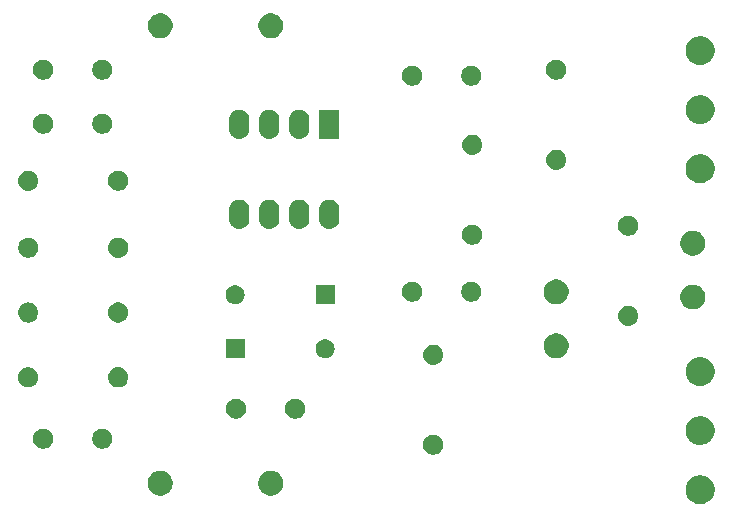
<source format=gbr>
G04 #@! TF.GenerationSoftware,KiCad,Pcbnew,5.1.0-060a0da~80~ubuntu18.04.1*
G04 #@! TF.CreationDate,2019-03-27T19:23:36+01:00*
G04 #@! TF.ProjectId,distpedal,64697374-7065-4646-916c-2e6b69636164,rev?*
G04 #@! TF.SameCoordinates,PX6d01460PY6ad32b0*
G04 #@! TF.FileFunction,Soldermask,Top*
G04 #@! TF.FilePolarity,Negative*
%FSLAX46Y46*%
G04 Gerber Fmt 4.6, Leading zero omitted, Abs format (unit mm)*
G04 Created by KiCad (PCBNEW 5.1.0-060a0da~80~ubuntu18.04.1) date 2019-03-27 19:23:36*
%MOMM*%
%LPD*%
G04 APERTURE LIST*
%ADD10C,0.100000*%
G04 APERTURE END LIST*
D10*
G36*
X61198205Y5769539D02*
G01*
X61316153Y5746078D01*
X61408194Y5707953D01*
X61538359Y5654037D01*
X61738342Y5520413D01*
X61908413Y5350342D01*
X62042037Y5150359D01*
X62094947Y5022622D01*
X62134078Y4928153D01*
X62181000Y4692258D01*
X62181000Y4451742D01*
X62134078Y4215847D01*
X62095953Y4123806D01*
X62042037Y3993641D01*
X61908413Y3793658D01*
X61738342Y3623587D01*
X61538359Y3489963D01*
X61408194Y3436047D01*
X61316153Y3397922D01*
X61198205Y3374461D01*
X61080259Y3351000D01*
X60839741Y3351000D01*
X60721795Y3374461D01*
X60603847Y3397922D01*
X60511806Y3436047D01*
X60381641Y3489963D01*
X60181658Y3623587D01*
X60011587Y3793658D01*
X59877963Y3993641D01*
X59824047Y4123806D01*
X59785922Y4215847D01*
X59739000Y4451742D01*
X59739000Y4692258D01*
X59785922Y4928153D01*
X59825053Y5022622D01*
X59877963Y5150359D01*
X60011587Y5350342D01*
X60181658Y5520413D01*
X60381641Y5654037D01*
X60511806Y5707953D01*
X60603847Y5746078D01*
X60839741Y5793000D01*
X61080259Y5793000D01*
X61198205Y5769539D01*
X61198205Y5769539D01*
G37*
G36*
X24907393Y6136747D02*
G01*
X25098662Y6057521D01*
X25098664Y6057520D01*
X25270802Y5942501D01*
X25417194Y5796109D01*
X25512124Y5654037D01*
X25532214Y5623969D01*
X25611440Y5432700D01*
X25651829Y5229652D01*
X25651829Y5022620D01*
X25611440Y4819572D01*
X25558705Y4692259D01*
X25532213Y4628301D01*
X25417194Y4456163D01*
X25270802Y4309771D01*
X25098664Y4194752D01*
X25098663Y4194751D01*
X25098662Y4194751D01*
X24907393Y4115525D01*
X24704345Y4075136D01*
X24497313Y4075136D01*
X24294265Y4115525D01*
X24102996Y4194751D01*
X24102995Y4194751D01*
X24102994Y4194752D01*
X23930856Y4309771D01*
X23784464Y4456163D01*
X23669445Y4628301D01*
X23642953Y4692259D01*
X23590218Y4819572D01*
X23549829Y5022620D01*
X23549829Y5229652D01*
X23590218Y5432700D01*
X23669444Y5623969D01*
X23689535Y5654037D01*
X23784464Y5796109D01*
X23930856Y5942501D01*
X24102994Y6057520D01*
X24102996Y6057521D01*
X24294265Y6136747D01*
X24497313Y6177136D01*
X24704345Y6177136D01*
X24907393Y6136747D01*
X24907393Y6136747D01*
G37*
G36*
X15560193Y6136747D02*
G01*
X15751462Y6057521D01*
X15751464Y6057520D01*
X15923602Y5942501D01*
X16069994Y5796109D01*
X16164924Y5654037D01*
X16185014Y5623969D01*
X16264240Y5432700D01*
X16304629Y5229652D01*
X16304629Y5022620D01*
X16264240Y4819572D01*
X16211505Y4692259D01*
X16185013Y4628301D01*
X16069994Y4456163D01*
X15923602Y4309771D01*
X15751464Y4194752D01*
X15751463Y4194751D01*
X15751462Y4194751D01*
X15560193Y4115525D01*
X15357145Y4075136D01*
X15150113Y4075136D01*
X14947065Y4115525D01*
X14755796Y4194751D01*
X14755795Y4194751D01*
X14755794Y4194752D01*
X14583656Y4309771D01*
X14437264Y4456163D01*
X14322245Y4628301D01*
X14295753Y4692259D01*
X14243018Y4819572D01*
X14202629Y5022620D01*
X14202629Y5229652D01*
X14243018Y5432700D01*
X14322244Y5623969D01*
X14342335Y5654037D01*
X14437264Y5796109D01*
X14583656Y5942501D01*
X14755794Y6057520D01*
X14755796Y6057521D01*
X14947065Y6136747D01*
X15150113Y6177136D01*
X15357145Y6177136D01*
X15560193Y6136747D01*
X15560193Y6136747D01*
G37*
G36*
X38602228Y9200297D02*
G01*
X38757100Y9136147D01*
X38896481Y9043015D01*
X39015015Y8924481D01*
X39108147Y8785100D01*
X39172297Y8630228D01*
X39205000Y8465816D01*
X39205000Y8298184D01*
X39172297Y8133772D01*
X39108147Y7978900D01*
X39015015Y7839519D01*
X38896481Y7720985D01*
X38757100Y7627853D01*
X38602228Y7563703D01*
X38437816Y7531000D01*
X38270184Y7531000D01*
X38105772Y7563703D01*
X37950900Y7627853D01*
X37811519Y7720985D01*
X37692985Y7839519D01*
X37599853Y7978900D01*
X37535703Y8133772D01*
X37503000Y8298184D01*
X37503000Y8465816D01*
X37535703Y8630228D01*
X37599853Y8785100D01*
X37692985Y8924481D01*
X37811519Y9043015D01*
X37950900Y9136147D01*
X38105772Y9200297D01*
X38270184Y9233000D01*
X38437816Y9233000D01*
X38602228Y9200297D01*
X38602228Y9200297D01*
G37*
G36*
X10582228Y9708297D02*
G01*
X10737100Y9644147D01*
X10876481Y9551015D01*
X10995015Y9432481D01*
X11088147Y9293100D01*
X11152297Y9138228D01*
X11185000Y8973816D01*
X11185000Y8806184D01*
X11152297Y8641772D01*
X11088147Y8486900D01*
X10995015Y8347519D01*
X10876481Y8228985D01*
X10737100Y8135853D01*
X10582228Y8071703D01*
X10417816Y8039000D01*
X10250184Y8039000D01*
X10085772Y8071703D01*
X9930900Y8135853D01*
X9791519Y8228985D01*
X9672985Y8347519D01*
X9579853Y8486900D01*
X9515703Y8641772D01*
X9483000Y8806184D01*
X9483000Y8973816D01*
X9515703Y9138228D01*
X9579853Y9293100D01*
X9672985Y9432481D01*
X9791519Y9551015D01*
X9930900Y9644147D01*
X10085772Y9708297D01*
X10250184Y9741000D01*
X10417816Y9741000D01*
X10582228Y9708297D01*
X10582228Y9708297D01*
G37*
G36*
X5582228Y9708297D02*
G01*
X5737100Y9644147D01*
X5876481Y9551015D01*
X5995015Y9432481D01*
X6088147Y9293100D01*
X6152297Y9138228D01*
X6185000Y8973816D01*
X6185000Y8806184D01*
X6152297Y8641772D01*
X6088147Y8486900D01*
X5995015Y8347519D01*
X5876481Y8228985D01*
X5737100Y8135853D01*
X5582228Y8071703D01*
X5417816Y8039000D01*
X5250184Y8039000D01*
X5085772Y8071703D01*
X4930900Y8135853D01*
X4791519Y8228985D01*
X4672985Y8347519D01*
X4579853Y8486900D01*
X4515703Y8641772D01*
X4483000Y8806184D01*
X4483000Y8973816D01*
X4515703Y9138228D01*
X4579853Y9293100D01*
X4672985Y9432481D01*
X4791519Y9551015D01*
X4930900Y9644147D01*
X5085772Y9708297D01*
X5250184Y9741000D01*
X5417816Y9741000D01*
X5582228Y9708297D01*
X5582228Y9708297D01*
G37*
G36*
X61316153Y10746078D02*
G01*
X61408194Y10707953D01*
X61538359Y10654037D01*
X61738342Y10520413D01*
X61908413Y10350342D01*
X62042037Y10150359D01*
X62134078Y9928152D01*
X62181000Y9692259D01*
X62181000Y9451741D01*
X62134078Y9215848D01*
X62042037Y8993641D01*
X61908413Y8793658D01*
X61738342Y8623587D01*
X61538359Y8489963D01*
X61480060Y8465815D01*
X61316153Y8397922D01*
X61080259Y8351000D01*
X60839741Y8351000D01*
X60721795Y8374461D01*
X60603847Y8397922D01*
X60439940Y8465815D01*
X60381641Y8489963D01*
X60181658Y8623587D01*
X60011587Y8793658D01*
X59877963Y8993641D01*
X59785922Y9215848D01*
X59739000Y9451741D01*
X59739000Y9692259D01*
X59785922Y9928152D01*
X59877963Y10150359D01*
X60011587Y10350342D01*
X60181658Y10520413D01*
X60381641Y10654037D01*
X60511806Y10707953D01*
X60603847Y10746078D01*
X60839741Y10793000D01*
X61080259Y10793000D01*
X61316153Y10746078D01*
X61316153Y10746078D01*
G37*
G36*
X26918228Y12248297D02*
G01*
X27073100Y12184147D01*
X27212481Y12091015D01*
X27331015Y11972481D01*
X27424147Y11833100D01*
X27488297Y11678228D01*
X27521000Y11513816D01*
X27521000Y11346184D01*
X27488297Y11181772D01*
X27424147Y11026900D01*
X27331015Y10887519D01*
X27212481Y10768985D01*
X27073100Y10675853D01*
X26918228Y10611703D01*
X26753816Y10579000D01*
X26586184Y10579000D01*
X26421772Y10611703D01*
X26266900Y10675853D01*
X26127519Y10768985D01*
X26008985Y10887519D01*
X25915853Y11026900D01*
X25851703Y11181772D01*
X25819000Y11346184D01*
X25819000Y11513816D01*
X25851703Y11678228D01*
X25915853Y11833100D01*
X26008985Y11972481D01*
X26127519Y12091015D01*
X26266900Y12184147D01*
X26421772Y12248297D01*
X26586184Y12281000D01*
X26753816Y12281000D01*
X26918228Y12248297D01*
X26918228Y12248297D01*
G37*
G36*
X21918228Y12248297D02*
G01*
X22073100Y12184147D01*
X22212481Y12091015D01*
X22331015Y11972481D01*
X22424147Y11833100D01*
X22488297Y11678228D01*
X22521000Y11513816D01*
X22521000Y11346184D01*
X22488297Y11181772D01*
X22424147Y11026900D01*
X22331015Y10887519D01*
X22212481Y10768985D01*
X22073100Y10675853D01*
X21918228Y10611703D01*
X21753816Y10579000D01*
X21586184Y10579000D01*
X21421772Y10611703D01*
X21266900Y10675853D01*
X21127519Y10768985D01*
X21008985Y10887519D01*
X20915853Y11026900D01*
X20851703Y11181772D01*
X20819000Y11346184D01*
X20819000Y11513816D01*
X20851703Y11678228D01*
X20915853Y11833100D01*
X21008985Y11972481D01*
X21127519Y12091015D01*
X21266900Y12184147D01*
X21421772Y12248297D01*
X21586184Y12281000D01*
X21753816Y12281000D01*
X21918228Y12248297D01*
X21918228Y12248297D01*
G37*
G36*
X11850823Y14920357D02*
G01*
X12011242Y14871694D01*
X12078361Y14835818D01*
X12159078Y14792674D01*
X12288659Y14686329D01*
X12395004Y14556748D01*
X12395005Y14556746D01*
X12474024Y14408912D01*
X12522687Y14248493D01*
X12539117Y14081670D01*
X12522687Y13914847D01*
X12474024Y13754428D01*
X12433477Y13678570D01*
X12395004Y13606592D01*
X12288659Y13477011D01*
X12159078Y13370666D01*
X12159076Y13370665D01*
X12011242Y13291646D01*
X11850823Y13242983D01*
X11725804Y13230670D01*
X11642196Y13230670D01*
X11517177Y13242983D01*
X11356758Y13291646D01*
X11208924Y13370665D01*
X11208922Y13370666D01*
X11079341Y13477011D01*
X10972996Y13606592D01*
X10934523Y13678570D01*
X10893976Y13754428D01*
X10845313Y13914847D01*
X10828883Y14081670D01*
X10845313Y14248493D01*
X10893976Y14408912D01*
X10972995Y14556746D01*
X10972996Y14556748D01*
X11079341Y14686329D01*
X11208922Y14792674D01*
X11289639Y14835818D01*
X11356758Y14871694D01*
X11517177Y14920357D01*
X11642196Y14932670D01*
X11725804Y14932670D01*
X11850823Y14920357D01*
X11850823Y14920357D01*
G37*
G36*
X4312228Y14899967D02*
G01*
X4467100Y14835817D01*
X4606481Y14742685D01*
X4725015Y14624151D01*
X4818147Y14484770D01*
X4882297Y14329898D01*
X4915000Y14165486D01*
X4915000Y13997854D01*
X4882297Y13833442D01*
X4818147Y13678570D01*
X4725015Y13539189D01*
X4606481Y13420655D01*
X4467100Y13327523D01*
X4312228Y13263373D01*
X4147816Y13230670D01*
X3980184Y13230670D01*
X3815772Y13263373D01*
X3660900Y13327523D01*
X3521519Y13420655D01*
X3402985Y13539189D01*
X3309853Y13678570D01*
X3245703Y13833442D01*
X3213000Y13997854D01*
X3213000Y14165486D01*
X3245703Y14329898D01*
X3309853Y14484770D01*
X3402985Y14624151D01*
X3521519Y14742685D01*
X3660900Y14835817D01*
X3815772Y14899967D01*
X3980184Y14932670D01*
X4147816Y14932670D01*
X4312228Y14899967D01*
X4312228Y14899967D01*
G37*
G36*
X61316153Y15746078D02*
G01*
X61405666Y15709000D01*
X61538359Y15654037D01*
X61738342Y15520413D01*
X61908413Y15350342D01*
X62042037Y15150359D01*
X62095953Y15020194D01*
X62134078Y14928153D01*
X62181000Y14692258D01*
X62181000Y14451742D01*
X62134078Y14215847D01*
X62113217Y14165485D01*
X62042037Y13993641D01*
X61908413Y13793658D01*
X61738342Y13623587D01*
X61538359Y13489963D01*
X61408194Y13436047D01*
X61316153Y13397922D01*
X61198205Y13374461D01*
X61080259Y13351000D01*
X60839741Y13351000D01*
X60721795Y13374461D01*
X60603847Y13397922D01*
X60511806Y13436047D01*
X60381641Y13489963D01*
X60181658Y13623587D01*
X60011587Y13793658D01*
X59877963Y13993641D01*
X59806783Y14165485D01*
X59785922Y14215847D01*
X59739000Y14451742D01*
X59739000Y14692258D01*
X59785922Y14928153D01*
X59824047Y15020194D01*
X59877963Y15150359D01*
X60011587Y15350342D01*
X60181658Y15520413D01*
X60381641Y15654037D01*
X60514334Y15709000D01*
X60603847Y15746078D01*
X60721795Y15769539D01*
X60839741Y15793000D01*
X61080259Y15793000D01*
X61316153Y15746078D01*
X61316153Y15746078D01*
G37*
G36*
X38520823Y16840687D02*
G01*
X38681242Y16792024D01*
X38813906Y16721114D01*
X38829078Y16713004D01*
X38958659Y16606659D01*
X39065004Y16477078D01*
X39065005Y16477076D01*
X39144024Y16329242D01*
X39192687Y16168823D01*
X39209117Y16002000D01*
X39192687Y15835177D01*
X39144024Y15674758D01*
X39073114Y15542094D01*
X39065004Y15526922D01*
X38958659Y15397341D01*
X38829078Y15290996D01*
X38829076Y15290995D01*
X38681242Y15211976D01*
X38520823Y15163313D01*
X38395804Y15151000D01*
X38312196Y15151000D01*
X38187177Y15163313D01*
X38026758Y15211976D01*
X37878924Y15290995D01*
X37878922Y15290996D01*
X37749341Y15397341D01*
X37642996Y15526922D01*
X37634886Y15542094D01*
X37563976Y15674758D01*
X37515313Y15835177D01*
X37498883Y16002000D01*
X37515313Y16168823D01*
X37563976Y16329242D01*
X37642995Y16477076D01*
X37642996Y16477078D01*
X37749341Y16606659D01*
X37878922Y16713004D01*
X37894094Y16721114D01*
X38026758Y16792024D01*
X38187177Y16840687D01*
X38312196Y16853000D01*
X38395804Y16853000D01*
X38520823Y16840687D01*
X38520823Y16840687D01*
G37*
G36*
X22391000Y15709000D02*
G01*
X20789000Y15709000D01*
X20789000Y17311000D01*
X22391000Y17311000D01*
X22391000Y15709000D01*
X22391000Y15709000D01*
G37*
G36*
X29288571Y17307137D02*
G01*
X29367023Y17299410D01*
X29467682Y17268875D01*
X29518013Y17253608D01*
X29657165Y17179229D01*
X29779133Y17079133D01*
X29879229Y16957165D01*
X29953608Y16818013D01*
X29968875Y16767682D01*
X29999410Y16667023D01*
X30014875Y16510000D01*
X29999410Y16352977D01*
X29992210Y16329242D01*
X29953608Y16201987D01*
X29879229Y16062835D01*
X29779133Y15940867D01*
X29657165Y15840771D01*
X29518013Y15766392D01*
X29475150Y15753390D01*
X29367023Y15720590D01*
X29289959Y15713000D01*
X29249346Y15709000D01*
X29170654Y15709000D01*
X29130041Y15713000D01*
X29052977Y15720590D01*
X28944850Y15753390D01*
X28901987Y15766392D01*
X28762835Y15840771D01*
X28640867Y15940867D01*
X28540771Y16062835D01*
X28466392Y16201987D01*
X28427790Y16329242D01*
X28420590Y16352977D01*
X28405125Y16510000D01*
X28420590Y16667023D01*
X28451125Y16767682D01*
X28466392Y16818013D01*
X28540771Y16957165D01*
X28640867Y17079133D01*
X28762835Y17179229D01*
X28901987Y17253608D01*
X28952318Y17268875D01*
X29052977Y17299410D01*
X29131429Y17307137D01*
X29170654Y17311000D01*
X29249346Y17311000D01*
X29288571Y17307137D01*
X29288571Y17307137D01*
G37*
G36*
X49074564Y17774611D02*
G01*
X49265833Y17695385D01*
X49265835Y17695384D01*
X49437973Y17580365D01*
X49584365Y17433973D01*
X49699385Y17261833D01*
X49778611Y17070564D01*
X49819000Y16867516D01*
X49819000Y16660484D01*
X49778611Y16457436D01*
X49725511Y16329242D01*
X49699384Y16266165D01*
X49584365Y16094027D01*
X49437973Y15947635D01*
X49265835Y15832616D01*
X49265834Y15832615D01*
X49265833Y15832615D01*
X49074564Y15753389D01*
X48871516Y15713000D01*
X48664484Y15713000D01*
X48461436Y15753389D01*
X48270167Y15832615D01*
X48270166Y15832615D01*
X48270165Y15832616D01*
X48098027Y15947635D01*
X47951635Y16094027D01*
X47836616Y16266165D01*
X47810489Y16329242D01*
X47757389Y16457436D01*
X47717000Y16660484D01*
X47717000Y16867516D01*
X47757389Y17070564D01*
X47836615Y17261833D01*
X47951635Y17433973D01*
X48098027Y17580365D01*
X48270165Y17695384D01*
X48270167Y17695385D01*
X48461436Y17774611D01*
X48664484Y17815000D01*
X48871516Y17815000D01*
X49074564Y17774611D01*
X49074564Y17774611D01*
G37*
G36*
X55030823Y20142687D02*
G01*
X55191242Y20094024D01*
X55276572Y20048414D01*
X55339078Y20015004D01*
X55468659Y19908659D01*
X55575004Y19779078D01*
X55575005Y19779076D01*
X55654024Y19631242D01*
X55702687Y19470823D01*
X55719117Y19304000D01*
X55702687Y19137177D01*
X55654024Y18976758D01*
X55592862Y18862332D01*
X55575004Y18828922D01*
X55468659Y18699341D01*
X55339078Y18592996D01*
X55339076Y18592995D01*
X55191242Y18513976D01*
X55030823Y18465313D01*
X54905804Y18453000D01*
X54822196Y18453000D01*
X54697177Y18465313D01*
X54536758Y18513976D01*
X54388924Y18592995D01*
X54388922Y18592996D01*
X54259341Y18699341D01*
X54152996Y18828922D01*
X54135138Y18862332D01*
X54073976Y18976758D01*
X54025313Y19137177D01*
X54008883Y19304000D01*
X54025313Y19470823D01*
X54073976Y19631242D01*
X54152995Y19779076D01*
X54152996Y19779078D01*
X54259341Y19908659D01*
X54388922Y20015004D01*
X54451428Y20048414D01*
X54536758Y20094024D01*
X54697177Y20142687D01*
X54822196Y20155000D01*
X54905804Y20155000D01*
X55030823Y20142687D01*
X55030823Y20142687D01*
G37*
G36*
X4230823Y20412023D02*
G01*
X4391242Y20363360D01*
X4523643Y20292590D01*
X4539078Y20284340D01*
X4668659Y20177995D01*
X4775004Y20048414D01*
X4775005Y20048412D01*
X4854024Y19900578D01*
X4902687Y19740159D01*
X4919117Y19573336D01*
X4902687Y19406513D01*
X4854024Y19246094D01*
X4783114Y19113430D01*
X4775004Y19098258D01*
X4668659Y18968677D01*
X4539078Y18862332D01*
X4539076Y18862331D01*
X4391242Y18783312D01*
X4230823Y18734649D01*
X4105804Y18722336D01*
X4022196Y18722336D01*
X3897177Y18734649D01*
X3736758Y18783312D01*
X3588924Y18862331D01*
X3588922Y18862332D01*
X3459341Y18968677D01*
X3352996Y19098258D01*
X3344886Y19113430D01*
X3273976Y19246094D01*
X3225313Y19406513D01*
X3208883Y19573336D01*
X3225313Y19740159D01*
X3273976Y19900578D01*
X3352995Y20048412D01*
X3352996Y20048414D01*
X3459341Y20177995D01*
X3588922Y20284340D01*
X3604357Y20292590D01*
X3736758Y20363360D01*
X3897177Y20412023D01*
X4022196Y20424336D01*
X4105804Y20424336D01*
X4230823Y20412023D01*
X4230823Y20412023D01*
G37*
G36*
X11932228Y20391633D02*
G01*
X12087100Y20327483D01*
X12226481Y20234351D01*
X12345015Y20115817D01*
X12438147Y19976436D01*
X12502297Y19821564D01*
X12535000Y19657152D01*
X12535000Y19489520D01*
X12502297Y19325108D01*
X12438147Y19170236D01*
X12345015Y19030855D01*
X12226481Y18912321D01*
X12087100Y18819189D01*
X11932228Y18755039D01*
X11767816Y18722336D01*
X11600184Y18722336D01*
X11435772Y18755039D01*
X11280900Y18819189D01*
X11141519Y18912321D01*
X11022985Y19030855D01*
X10929853Y19170236D01*
X10865703Y19325108D01*
X10833000Y19489520D01*
X10833000Y19657152D01*
X10865703Y19821564D01*
X10929853Y19976436D01*
X11022985Y20115817D01*
X11141519Y20234351D01*
X11280900Y20327483D01*
X11435772Y20391633D01*
X11600184Y20424336D01*
X11767816Y20424336D01*
X11932228Y20391633D01*
X11932228Y20391633D01*
G37*
G36*
X60645193Y21891945D02*
G01*
X60805345Y21825608D01*
X60836464Y21812718D01*
X61008602Y21697699D01*
X61154994Y21551307D01*
X61242854Y21419816D01*
X61270014Y21379167D01*
X61349240Y21187898D01*
X61389629Y20984850D01*
X61389629Y20777818D01*
X61349240Y20574770D01*
X61270014Y20383501D01*
X61270013Y20383499D01*
X61154994Y20211361D01*
X61008602Y20064969D01*
X60836464Y19949950D01*
X60836463Y19949949D01*
X60836462Y19949949D01*
X60645193Y19870723D01*
X60442145Y19830334D01*
X60235113Y19830334D01*
X60032065Y19870723D01*
X59840796Y19949949D01*
X59840795Y19949949D01*
X59840794Y19949950D01*
X59668656Y20064969D01*
X59522264Y20211361D01*
X59407245Y20383499D01*
X59407244Y20383501D01*
X59328018Y20574770D01*
X59287629Y20777818D01*
X59287629Y20984850D01*
X59328018Y21187898D01*
X59407244Y21379167D01*
X59434405Y21419816D01*
X59522264Y21551307D01*
X59668656Y21697699D01*
X59840794Y21812718D01*
X59871913Y21825608D01*
X60032065Y21891945D01*
X60235113Y21932334D01*
X60442145Y21932334D01*
X60645193Y21891945D01*
X60645193Y21891945D01*
G37*
G36*
X21668571Y21879137D02*
G01*
X21747023Y21871410D01*
X21847682Y21840875D01*
X21898013Y21825608D01*
X22037165Y21751229D01*
X22159133Y21651133D01*
X22259229Y21529165D01*
X22333608Y21390013D01*
X22333608Y21390012D01*
X22379410Y21239023D01*
X22394875Y21082000D01*
X22379410Y20924977D01*
X22353076Y20838167D01*
X22333608Y20773987D01*
X22259229Y20634835D01*
X22159133Y20512867D01*
X22037165Y20412771D01*
X21898013Y20338392D01*
X21862053Y20327484D01*
X21747023Y20292590D01*
X21669959Y20285000D01*
X21629346Y20281000D01*
X21550654Y20281000D01*
X21510041Y20285000D01*
X21432977Y20292590D01*
X21317947Y20327484D01*
X21281987Y20338392D01*
X21142835Y20412771D01*
X21020867Y20512867D01*
X20920771Y20634835D01*
X20846392Y20773987D01*
X20826924Y20838167D01*
X20800590Y20924977D01*
X20785125Y21082000D01*
X20800590Y21239023D01*
X20846392Y21390012D01*
X20846392Y21390013D01*
X20920771Y21529165D01*
X21020867Y21651133D01*
X21142835Y21751229D01*
X21281987Y21825608D01*
X21332318Y21840875D01*
X21432977Y21871410D01*
X21511429Y21879137D01*
X21550654Y21883000D01*
X21629346Y21883000D01*
X21668571Y21879137D01*
X21668571Y21879137D01*
G37*
G36*
X30011000Y20281000D02*
G01*
X28409000Y20281000D01*
X28409000Y21883000D01*
X30011000Y21883000D01*
X30011000Y20281000D01*
X30011000Y20281000D01*
G37*
G36*
X49074564Y22346611D02*
G01*
X49265833Y22267385D01*
X49265835Y22267384D01*
X49386138Y22187000D01*
X49437973Y22152365D01*
X49584365Y22005973D01*
X49699385Y21833833D01*
X49778611Y21642564D01*
X49819000Y21439516D01*
X49819000Y21232484D01*
X49778611Y21029436D01*
X49699385Y20838167D01*
X49699384Y20838165D01*
X49584365Y20666027D01*
X49437973Y20519635D01*
X49265835Y20404616D01*
X49265834Y20404615D01*
X49265833Y20404615D01*
X49074564Y20325389D01*
X48871516Y20285000D01*
X48664484Y20285000D01*
X48461436Y20325389D01*
X48270167Y20404615D01*
X48270166Y20404615D01*
X48270165Y20404616D01*
X48098027Y20519635D01*
X47951635Y20666027D01*
X47836616Y20838165D01*
X47836615Y20838167D01*
X47757389Y21029436D01*
X47717000Y21232484D01*
X47717000Y21439516D01*
X47757389Y21642564D01*
X47836615Y21833833D01*
X47951635Y22005973D01*
X48098027Y22152365D01*
X48149862Y22187000D01*
X48270165Y22267384D01*
X48270167Y22267385D01*
X48461436Y22346611D01*
X48664484Y22387000D01*
X48871516Y22387000D01*
X49074564Y22346611D01*
X49074564Y22346611D01*
G37*
G36*
X41824228Y22154297D02*
G01*
X41979100Y22090147D01*
X42118481Y21997015D01*
X42237015Y21878481D01*
X42330147Y21739100D01*
X42394297Y21584228D01*
X42427000Y21419816D01*
X42427000Y21252184D01*
X42394297Y21087772D01*
X42330147Y20932900D01*
X42237015Y20793519D01*
X42118481Y20674985D01*
X41979100Y20581853D01*
X41824228Y20517703D01*
X41659816Y20485000D01*
X41492184Y20485000D01*
X41327772Y20517703D01*
X41172900Y20581853D01*
X41033519Y20674985D01*
X40914985Y20793519D01*
X40821853Y20932900D01*
X40757703Y21087772D01*
X40725000Y21252184D01*
X40725000Y21419816D01*
X40757703Y21584228D01*
X40821853Y21739100D01*
X40914985Y21878481D01*
X41033519Y21997015D01*
X41172900Y22090147D01*
X41327772Y22154297D01*
X41492184Y22187000D01*
X41659816Y22187000D01*
X41824228Y22154297D01*
X41824228Y22154297D01*
G37*
G36*
X36824228Y22154297D02*
G01*
X36979100Y22090147D01*
X37118481Y21997015D01*
X37237015Y21878481D01*
X37330147Y21739100D01*
X37394297Y21584228D01*
X37427000Y21419816D01*
X37427000Y21252184D01*
X37394297Y21087772D01*
X37330147Y20932900D01*
X37237015Y20793519D01*
X37118481Y20674985D01*
X36979100Y20581853D01*
X36824228Y20517703D01*
X36659816Y20485000D01*
X36492184Y20485000D01*
X36327772Y20517703D01*
X36172900Y20581853D01*
X36033519Y20674985D01*
X35914985Y20793519D01*
X35821853Y20932900D01*
X35757703Y21087772D01*
X35725000Y21252184D01*
X35725000Y21419816D01*
X35757703Y21584228D01*
X35821853Y21739100D01*
X35914985Y21878481D01*
X36033519Y21997015D01*
X36172900Y22090147D01*
X36327772Y22154297D01*
X36492184Y22187000D01*
X36659816Y22187000D01*
X36824228Y22154297D01*
X36824228Y22154297D01*
G37*
G36*
X4325857Y25883299D02*
G01*
X4480729Y25819149D01*
X4620110Y25726017D01*
X4738644Y25607483D01*
X4831776Y25468102D01*
X4895926Y25313230D01*
X4928629Y25148818D01*
X4928629Y24981186D01*
X4895926Y24816774D01*
X4831776Y24661902D01*
X4738644Y24522521D01*
X4620110Y24403987D01*
X4480729Y24310855D01*
X4325857Y24246705D01*
X4161445Y24214002D01*
X3993813Y24214002D01*
X3829401Y24246705D01*
X3674529Y24310855D01*
X3535148Y24403987D01*
X3416614Y24522521D01*
X3323482Y24661902D01*
X3259332Y24816774D01*
X3226629Y24981186D01*
X3226629Y25148818D01*
X3259332Y25313230D01*
X3323482Y25468102D01*
X3416614Y25607483D01*
X3535148Y25726017D01*
X3674529Y25819149D01*
X3829401Y25883299D01*
X3993813Y25916002D01*
X4161445Y25916002D01*
X4325857Y25883299D01*
X4325857Y25883299D01*
G37*
G36*
X11864452Y25903689D02*
G01*
X12024871Y25855026D01*
X12091990Y25819150D01*
X12172707Y25776006D01*
X12302288Y25669661D01*
X12408633Y25540080D01*
X12408634Y25540078D01*
X12487653Y25392244D01*
X12536316Y25231825D01*
X12552746Y25065002D01*
X12536316Y24898179D01*
X12487653Y24737760D01*
X12447106Y24661902D01*
X12408633Y24589924D01*
X12302288Y24460343D01*
X12172707Y24353998D01*
X12172705Y24353997D01*
X12024871Y24274978D01*
X11864452Y24226315D01*
X11739433Y24214002D01*
X11655825Y24214002D01*
X11530806Y24226315D01*
X11370387Y24274978D01*
X11222553Y24353997D01*
X11222551Y24353998D01*
X11092970Y24460343D01*
X10986625Y24589924D01*
X10948152Y24661902D01*
X10907605Y24737760D01*
X10858942Y24898179D01*
X10842512Y25065002D01*
X10858942Y25231825D01*
X10907605Y25392244D01*
X10986624Y25540078D01*
X10986625Y25540080D01*
X11092970Y25669661D01*
X11222551Y25776006D01*
X11303268Y25819150D01*
X11370387Y25855026D01*
X11530806Y25903689D01*
X11655825Y25916002D01*
X11739433Y25916002D01*
X11864452Y25903689D01*
X11864452Y25903689D01*
G37*
G36*
X60645193Y26451278D02*
G01*
X60836462Y26372052D01*
X60836464Y26372051D01*
X60999693Y26262985D01*
X61008602Y26257032D01*
X61154994Y26110640D01*
X61270014Y25938500D01*
X61349240Y25747231D01*
X61389629Y25544183D01*
X61389629Y25337151D01*
X61349240Y25134103D01*
X61285900Y24981187D01*
X61270013Y24942832D01*
X61154994Y24770694D01*
X61008602Y24624302D01*
X60836464Y24509283D01*
X60836463Y24509282D01*
X60836462Y24509282D01*
X60645193Y24430056D01*
X60442145Y24389667D01*
X60235113Y24389667D01*
X60032065Y24430056D01*
X59840796Y24509282D01*
X59840795Y24509282D01*
X59840794Y24509283D01*
X59668656Y24624302D01*
X59522264Y24770694D01*
X59407245Y24942832D01*
X59391358Y24981187D01*
X59328018Y25134103D01*
X59287629Y25337151D01*
X59287629Y25544183D01*
X59328018Y25747231D01*
X59407244Y25938500D01*
X59522264Y26110640D01*
X59668656Y26257032D01*
X59677565Y26262985D01*
X59840794Y26372051D01*
X59840796Y26372052D01*
X60032065Y26451278D01*
X60235113Y26491667D01*
X60442145Y26491667D01*
X60645193Y26451278D01*
X60645193Y26451278D01*
G37*
G36*
X41904228Y26980297D02*
G01*
X42059100Y26916147D01*
X42198481Y26823015D01*
X42317015Y26704481D01*
X42410147Y26565100D01*
X42474297Y26410228D01*
X42507000Y26245816D01*
X42507000Y26078184D01*
X42474297Y25913772D01*
X42410147Y25758900D01*
X42317015Y25619519D01*
X42198481Y25500985D01*
X42059100Y25407853D01*
X41904228Y25343703D01*
X41739816Y25311000D01*
X41572184Y25311000D01*
X41407772Y25343703D01*
X41252900Y25407853D01*
X41113519Y25500985D01*
X40994985Y25619519D01*
X40901853Y25758900D01*
X40837703Y25913772D01*
X40805000Y26078184D01*
X40805000Y26245816D01*
X40837703Y26410228D01*
X40901853Y26565100D01*
X40994985Y26704481D01*
X41113519Y26823015D01*
X41252900Y26916147D01*
X41407772Y26980297D01*
X41572184Y27013000D01*
X41739816Y27013000D01*
X41904228Y26980297D01*
X41904228Y26980297D01*
G37*
G36*
X55112228Y27742297D02*
G01*
X55267100Y27678147D01*
X55406481Y27585015D01*
X55525015Y27466481D01*
X55618147Y27327100D01*
X55682297Y27172228D01*
X55715000Y27007816D01*
X55715000Y26840184D01*
X55682297Y26675772D01*
X55618147Y26520900D01*
X55525015Y26381519D01*
X55406481Y26262985D01*
X55267100Y26169853D01*
X55112228Y26105703D01*
X54947816Y26073000D01*
X54780184Y26073000D01*
X54615772Y26105703D01*
X54460900Y26169853D01*
X54321519Y26262985D01*
X54202985Y26381519D01*
X54109853Y26520900D01*
X54045703Y26675772D01*
X54013000Y26840184D01*
X54013000Y27007816D01*
X54045703Y27172228D01*
X54109853Y27327100D01*
X54202985Y27466481D01*
X54321519Y27585015D01*
X54460900Y27678147D01*
X54615772Y27742297D01*
X54780184Y27775000D01*
X54947816Y27775000D01*
X55112228Y27742297D01*
X55112228Y27742297D01*
G37*
G36*
X22100652Y29123223D02*
G01*
X22261071Y29074560D01*
X22393735Y29003650D01*
X22408907Y28995540D01*
X22538488Y28889195D01*
X22644833Y28759614D01*
X22644834Y28759612D01*
X22723853Y28611778D01*
X22772516Y28451358D01*
X22784829Y28326339D01*
X22784829Y27442732D01*
X22772516Y27317713D01*
X22723853Y27157294D01*
X22652943Y27024630D01*
X22644833Y27009458D01*
X22620901Y26980297D01*
X22538488Y26879877D01*
X22408906Y26773531D01*
X22261070Y26694512D01*
X22100651Y26645849D01*
X21933829Y26629419D01*
X21767006Y26645849D01*
X21606587Y26694512D01*
X21458753Y26773531D01*
X21458751Y26773532D01*
X21329170Y26879877D01*
X21299403Y26916148D01*
X21222824Y27009459D01*
X21143805Y27157295D01*
X21095142Y27317714D01*
X21082829Y27442733D01*
X21082829Y28326339D01*
X21095143Y28451359D01*
X21143806Y28611778D01*
X21222825Y28759612D01*
X21222826Y28759614D01*
X21329171Y28889195D01*
X21458752Y28995540D01*
X21473924Y29003650D01*
X21606588Y29074560D01*
X21767007Y29123223D01*
X21933829Y29139653D01*
X22100652Y29123223D01*
X22100652Y29123223D01*
G37*
G36*
X24640652Y29123223D02*
G01*
X24801071Y29074560D01*
X24933735Y29003650D01*
X24948907Y28995540D01*
X25078488Y28889195D01*
X25184833Y28759614D01*
X25184834Y28759612D01*
X25263853Y28611778D01*
X25312516Y28451358D01*
X25324829Y28326339D01*
X25324829Y27442732D01*
X25312516Y27317713D01*
X25263853Y27157294D01*
X25192943Y27024630D01*
X25184833Y27009458D01*
X25160901Y26980297D01*
X25078488Y26879877D01*
X24948906Y26773531D01*
X24801070Y26694512D01*
X24640651Y26645849D01*
X24473829Y26629419D01*
X24307006Y26645849D01*
X24146587Y26694512D01*
X23998753Y26773531D01*
X23998751Y26773532D01*
X23869170Y26879877D01*
X23839403Y26916148D01*
X23762824Y27009459D01*
X23683805Y27157295D01*
X23635142Y27317714D01*
X23622829Y27442733D01*
X23622829Y28326339D01*
X23635143Y28451359D01*
X23683806Y28611778D01*
X23762825Y28759612D01*
X23762826Y28759614D01*
X23869171Y28889195D01*
X23998752Y28995540D01*
X24013924Y29003650D01*
X24146588Y29074560D01*
X24307007Y29123223D01*
X24473829Y29139653D01*
X24640652Y29123223D01*
X24640652Y29123223D01*
G37*
G36*
X27180652Y29123223D02*
G01*
X27341071Y29074560D01*
X27473735Y29003650D01*
X27488907Y28995540D01*
X27618488Y28889195D01*
X27724833Y28759614D01*
X27724834Y28759612D01*
X27803853Y28611778D01*
X27852516Y28451358D01*
X27864829Y28326339D01*
X27864829Y27442732D01*
X27852516Y27317713D01*
X27803853Y27157294D01*
X27732943Y27024630D01*
X27724833Y27009458D01*
X27700901Y26980297D01*
X27618488Y26879877D01*
X27488906Y26773531D01*
X27341070Y26694512D01*
X27180651Y26645849D01*
X27013829Y26629419D01*
X26847006Y26645849D01*
X26686587Y26694512D01*
X26538753Y26773531D01*
X26538751Y26773532D01*
X26409170Y26879877D01*
X26379403Y26916148D01*
X26302824Y27009459D01*
X26223805Y27157295D01*
X26175142Y27317714D01*
X26162829Y27442733D01*
X26162829Y28326339D01*
X26175143Y28451359D01*
X26223806Y28611778D01*
X26302825Y28759612D01*
X26302826Y28759614D01*
X26409171Y28889195D01*
X26538752Y28995540D01*
X26553924Y29003650D01*
X26686588Y29074560D01*
X26847007Y29123223D01*
X27013829Y29139653D01*
X27180652Y29123223D01*
X27180652Y29123223D01*
G37*
G36*
X29720652Y29123223D02*
G01*
X29881071Y29074560D01*
X30013735Y29003650D01*
X30028907Y28995540D01*
X30158488Y28889195D01*
X30264833Y28759614D01*
X30264834Y28759612D01*
X30343853Y28611778D01*
X30392516Y28451358D01*
X30404829Y28326339D01*
X30404829Y27442732D01*
X30392516Y27317713D01*
X30343853Y27157294D01*
X30272943Y27024630D01*
X30264833Y27009458D01*
X30240901Y26980297D01*
X30158488Y26879877D01*
X30028906Y26773531D01*
X29881070Y26694512D01*
X29720651Y26645849D01*
X29553829Y26629419D01*
X29387006Y26645849D01*
X29226587Y26694512D01*
X29078753Y26773531D01*
X29078751Y26773532D01*
X28949170Y26879877D01*
X28919403Y26916148D01*
X28842824Y27009459D01*
X28763805Y27157295D01*
X28715142Y27317714D01*
X28702829Y27442733D01*
X28702829Y28326339D01*
X28715143Y28451359D01*
X28763806Y28611778D01*
X28842825Y28759612D01*
X28842826Y28759614D01*
X28949171Y28889195D01*
X29078752Y28995540D01*
X29093924Y29003650D01*
X29226588Y29074560D01*
X29387007Y29123223D01*
X29553829Y29139653D01*
X29720652Y29123223D01*
X29720652Y29123223D01*
G37*
G36*
X11932228Y31552297D02*
G01*
X12087100Y31488147D01*
X12226481Y31395015D01*
X12345015Y31276481D01*
X12438147Y31137100D01*
X12502297Y30982228D01*
X12535000Y30817816D01*
X12535000Y30650184D01*
X12502297Y30485772D01*
X12438147Y30330900D01*
X12345015Y30191519D01*
X12226481Y30072985D01*
X12087100Y29979853D01*
X11932228Y29915703D01*
X11767816Y29883000D01*
X11600184Y29883000D01*
X11435772Y29915703D01*
X11280900Y29979853D01*
X11141519Y30072985D01*
X11022985Y30191519D01*
X10929853Y30330900D01*
X10865703Y30485772D01*
X10833000Y30650184D01*
X10833000Y30817816D01*
X10865703Y30982228D01*
X10929853Y31137100D01*
X11022985Y31276481D01*
X11141519Y31395015D01*
X11280900Y31488147D01*
X11435772Y31552297D01*
X11600184Y31585000D01*
X11767816Y31585000D01*
X11932228Y31552297D01*
X11932228Y31552297D01*
G37*
G36*
X4230823Y31572687D02*
G01*
X4391242Y31524024D01*
X4458361Y31488148D01*
X4539078Y31445004D01*
X4668659Y31338659D01*
X4775004Y31209078D01*
X4775005Y31209076D01*
X4854024Y31061242D01*
X4902687Y30900823D01*
X4919117Y30734000D01*
X4902687Y30567177D01*
X4854024Y30406758D01*
X4813477Y30330900D01*
X4775004Y30258922D01*
X4668659Y30129341D01*
X4539078Y30022996D01*
X4539076Y30022995D01*
X4391242Y29943976D01*
X4230823Y29895313D01*
X4105804Y29883000D01*
X4022196Y29883000D01*
X3897177Y29895313D01*
X3736758Y29943976D01*
X3588924Y30022995D01*
X3588922Y30022996D01*
X3459341Y30129341D01*
X3352996Y30258922D01*
X3314523Y30330900D01*
X3273976Y30406758D01*
X3225313Y30567177D01*
X3208883Y30734000D01*
X3225313Y30900823D01*
X3273976Y31061242D01*
X3352995Y31209076D01*
X3352996Y31209078D01*
X3459341Y31338659D01*
X3588922Y31445004D01*
X3669639Y31488148D01*
X3736758Y31524024D01*
X3897177Y31572687D01*
X4022196Y31585000D01*
X4105804Y31585000D01*
X4230823Y31572687D01*
X4230823Y31572687D01*
G37*
G36*
X61316153Y32924078D02*
G01*
X61408194Y32885953D01*
X61538359Y32832037D01*
X61738342Y32698413D01*
X61908413Y32528342D01*
X62042037Y32328359D01*
X62134078Y32106152D01*
X62181000Y31870259D01*
X62181000Y31629741D01*
X62134078Y31393848D01*
X62042037Y31171641D01*
X61908413Y30971658D01*
X61738342Y30801587D01*
X61538359Y30667963D01*
X61408194Y30614047D01*
X61316153Y30575922D01*
X61272178Y30567175D01*
X61080259Y30529000D01*
X60839741Y30529000D01*
X60647822Y30567175D01*
X60603847Y30575922D01*
X60511806Y30614047D01*
X60381641Y30667963D01*
X60181658Y30801587D01*
X60011587Y30971658D01*
X59877963Y31171641D01*
X59785922Y31393848D01*
X59739000Y31629741D01*
X59739000Y31870259D01*
X59785922Y32106152D01*
X59877963Y32328359D01*
X60011587Y32528342D01*
X60181658Y32698413D01*
X60381641Y32832037D01*
X60511806Y32885953D01*
X60603847Y32924078D01*
X60839741Y32971000D01*
X61080259Y32971000D01*
X61316153Y32924078D01*
X61316153Y32924078D01*
G37*
G36*
X48934823Y33350687D02*
G01*
X49095242Y33302024D01*
X49227906Y33231114D01*
X49243078Y33223004D01*
X49372659Y33116659D01*
X49479004Y32987078D01*
X49479005Y32987076D01*
X49558024Y32839242D01*
X49606687Y32678823D01*
X49623117Y32512000D01*
X49606687Y32345177D01*
X49558024Y32184758D01*
X49516008Y32106152D01*
X49479004Y32036922D01*
X49372659Y31907341D01*
X49243078Y31800996D01*
X49243076Y31800995D01*
X49095242Y31721976D01*
X48934823Y31673313D01*
X48809804Y31661000D01*
X48726196Y31661000D01*
X48601177Y31673313D01*
X48440758Y31721976D01*
X48292924Y31800995D01*
X48292922Y31800996D01*
X48163341Y31907341D01*
X48056996Y32036922D01*
X48019992Y32106152D01*
X47977976Y32184758D01*
X47929313Y32345177D01*
X47912883Y32512000D01*
X47929313Y32678823D01*
X47977976Y32839242D01*
X48056995Y32987076D01*
X48056996Y32987078D01*
X48163341Y33116659D01*
X48292922Y33223004D01*
X48308094Y33231114D01*
X48440758Y33302024D01*
X48601177Y33350687D01*
X48726196Y33363000D01*
X48809804Y33363000D01*
X48934823Y33350687D01*
X48934823Y33350687D01*
G37*
G36*
X41822823Y34620687D02*
G01*
X41983242Y34572024D01*
X42115906Y34501114D01*
X42131078Y34493004D01*
X42260659Y34386659D01*
X42367004Y34257078D01*
X42367005Y34257076D01*
X42446024Y34109242D01*
X42494687Y33948823D01*
X42511117Y33782000D01*
X42494687Y33615177D01*
X42446024Y33454758D01*
X42396978Y33363000D01*
X42367004Y33306922D01*
X42260659Y33177341D01*
X42131078Y33070996D01*
X42131076Y33070995D01*
X41983242Y32991976D01*
X41822823Y32943313D01*
X41697804Y32931000D01*
X41614196Y32931000D01*
X41489177Y32943313D01*
X41328758Y32991976D01*
X41180924Y33070995D01*
X41180922Y33070996D01*
X41051341Y33177341D01*
X40944996Y33306922D01*
X40915022Y33363000D01*
X40865976Y33454758D01*
X40817313Y33615177D01*
X40800883Y33782000D01*
X40817313Y33948823D01*
X40865976Y34109242D01*
X40944995Y34257076D01*
X40944996Y34257078D01*
X41051341Y34386659D01*
X41180922Y34493004D01*
X41196094Y34501114D01*
X41328758Y34572024D01*
X41489177Y34620687D01*
X41614196Y34633000D01*
X41697804Y34633000D01*
X41822823Y34620687D01*
X41822823Y34620687D01*
G37*
G36*
X27180652Y36743223D02*
G01*
X27341071Y36694560D01*
X27462337Y36629742D01*
X27488907Y36615540D01*
X27618488Y36509195D01*
X27724833Y36379614D01*
X27724834Y36379612D01*
X27803853Y36231778D01*
X27852516Y36071358D01*
X27864829Y35946339D01*
X27864829Y35062732D01*
X27852516Y34937713D01*
X27803853Y34777294D01*
X27784830Y34741705D01*
X27724833Y34629458D01*
X27677698Y34572024D01*
X27618488Y34499877D01*
X27488906Y34393531D01*
X27341070Y34314512D01*
X27180651Y34265849D01*
X27013829Y34249419D01*
X26847006Y34265849D01*
X26686587Y34314512D01*
X26538753Y34393531D01*
X26538751Y34393532D01*
X26409170Y34499877D01*
X26302824Y34629459D01*
X26223805Y34777295D01*
X26175142Y34937714D01*
X26162829Y35062733D01*
X26162829Y35946339D01*
X26175143Y36071359D01*
X26223806Y36231778D01*
X26302825Y36379612D01*
X26302826Y36379614D01*
X26409171Y36509195D01*
X26538752Y36615540D01*
X26565322Y36629742D01*
X26686588Y36694560D01*
X26847007Y36743223D01*
X27013829Y36759653D01*
X27180652Y36743223D01*
X27180652Y36743223D01*
G37*
G36*
X24640652Y36743223D02*
G01*
X24801071Y36694560D01*
X24922337Y36629742D01*
X24948907Y36615540D01*
X25078488Y36509195D01*
X25184833Y36379614D01*
X25184834Y36379612D01*
X25263853Y36231778D01*
X25312516Y36071358D01*
X25324829Y35946339D01*
X25324829Y35062732D01*
X25312516Y34937713D01*
X25263853Y34777294D01*
X25244830Y34741705D01*
X25184833Y34629458D01*
X25137698Y34572024D01*
X25078488Y34499877D01*
X24948906Y34393531D01*
X24801070Y34314512D01*
X24640651Y34265849D01*
X24473829Y34249419D01*
X24307006Y34265849D01*
X24146587Y34314512D01*
X23998753Y34393531D01*
X23998751Y34393532D01*
X23869170Y34499877D01*
X23762824Y34629459D01*
X23683805Y34777295D01*
X23635142Y34937714D01*
X23622829Y35062733D01*
X23622829Y35946339D01*
X23635143Y36071359D01*
X23683806Y36231778D01*
X23762825Y36379612D01*
X23762826Y36379614D01*
X23869171Y36509195D01*
X23998752Y36615540D01*
X24025322Y36629742D01*
X24146588Y36694560D01*
X24307007Y36743223D01*
X24473829Y36759653D01*
X24640652Y36743223D01*
X24640652Y36743223D01*
G37*
G36*
X22100652Y36743223D02*
G01*
X22261071Y36694560D01*
X22382337Y36629742D01*
X22408907Y36615540D01*
X22538488Y36509195D01*
X22644833Y36379614D01*
X22644834Y36379612D01*
X22723853Y36231778D01*
X22772516Y36071358D01*
X22784829Y35946339D01*
X22784829Y35062732D01*
X22772516Y34937713D01*
X22723853Y34777294D01*
X22704830Y34741705D01*
X22644833Y34629458D01*
X22597698Y34572024D01*
X22538488Y34499877D01*
X22408906Y34393531D01*
X22261070Y34314512D01*
X22100651Y34265849D01*
X21933829Y34249419D01*
X21767006Y34265849D01*
X21606587Y34314512D01*
X21458753Y34393531D01*
X21458751Y34393532D01*
X21329170Y34499877D01*
X21222824Y34629459D01*
X21143805Y34777295D01*
X21095142Y34937714D01*
X21082829Y35062733D01*
X21082829Y35946339D01*
X21095143Y36071359D01*
X21143806Y36231778D01*
X21222825Y36379612D01*
X21222826Y36379614D01*
X21329171Y36509195D01*
X21458752Y36615540D01*
X21485322Y36629742D01*
X21606588Y36694560D01*
X21767007Y36743223D01*
X21933829Y36759653D01*
X22100652Y36743223D01*
X22100652Y36743223D01*
G37*
G36*
X30404829Y34253536D02*
G01*
X28702829Y34253536D01*
X28702829Y36755536D01*
X30404829Y36755536D01*
X30404829Y34253536D01*
X30404829Y34253536D01*
G37*
G36*
X10582228Y36378297D02*
G01*
X10737100Y36314147D01*
X10876481Y36221015D01*
X10995015Y36102481D01*
X11088147Y35963100D01*
X11152297Y35808228D01*
X11185000Y35643816D01*
X11185000Y35476184D01*
X11152297Y35311772D01*
X11088147Y35156900D01*
X10995015Y35017519D01*
X10876481Y34898985D01*
X10737100Y34805853D01*
X10582228Y34741703D01*
X10417816Y34709000D01*
X10250184Y34709000D01*
X10085772Y34741703D01*
X9930900Y34805853D01*
X9791519Y34898985D01*
X9672985Y35017519D01*
X9579853Y35156900D01*
X9515703Y35311772D01*
X9483000Y35476184D01*
X9483000Y35643816D01*
X9515703Y35808228D01*
X9579853Y35963100D01*
X9672985Y36102481D01*
X9791519Y36221015D01*
X9930900Y36314147D01*
X10085772Y36378297D01*
X10250184Y36411000D01*
X10417816Y36411000D01*
X10582228Y36378297D01*
X10582228Y36378297D01*
G37*
G36*
X5582228Y36378297D02*
G01*
X5737100Y36314147D01*
X5876481Y36221015D01*
X5995015Y36102481D01*
X6088147Y35963100D01*
X6152297Y35808228D01*
X6185000Y35643816D01*
X6185000Y35476184D01*
X6152297Y35311772D01*
X6088147Y35156900D01*
X5995015Y35017519D01*
X5876481Y34898985D01*
X5737100Y34805853D01*
X5582228Y34741703D01*
X5417816Y34709000D01*
X5250184Y34709000D01*
X5085772Y34741703D01*
X4930900Y34805853D01*
X4791519Y34898985D01*
X4672985Y35017519D01*
X4579853Y35156900D01*
X4515703Y35311772D01*
X4483000Y35476184D01*
X4483000Y35643816D01*
X4515703Y35808228D01*
X4579853Y35963100D01*
X4672985Y36102481D01*
X4791519Y36221015D01*
X4930900Y36314147D01*
X5085772Y36378297D01*
X5250184Y36411000D01*
X5417816Y36411000D01*
X5582228Y36378297D01*
X5582228Y36378297D01*
G37*
G36*
X61316153Y37924078D02*
G01*
X61408194Y37885953D01*
X61538359Y37832037D01*
X61738342Y37698413D01*
X61908413Y37528342D01*
X62042037Y37328359D01*
X62095953Y37198194D01*
X62134078Y37106153D01*
X62181000Y36870258D01*
X62181000Y36629742D01*
X62134078Y36393847D01*
X62127637Y36378297D01*
X62042037Y36171641D01*
X61908413Y35971658D01*
X61738342Y35801587D01*
X61538359Y35667963D01*
X61480060Y35643815D01*
X61316153Y35575922D01*
X61198205Y35552461D01*
X61080259Y35529000D01*
X60839741Y35529000D01*
X60721795Y35552461D01*
X60603847Y35575922D01*
X60439940Y35643815D01*
X60381641Y35667963D01*
X60181658Y35801587D01*
X60011587Y35971658D01*
X59877963Y36171641D01*
X59792363Y36378297D01*
X59785922Y36393847D01*
X59739000Y36629742D01*
X59739000Y36870258D01*
X59785922Y37106153D01*
X59824047Y37198194D01*
X59877963Y37328359D01*
X60011587Y37528342D01*
X60181658Y37698413D01*
X60381641Y37832037D01*
X60511806Y37885953D01*
X60603847Y37924078D01*
X60839741Y37971000D01*
X61080259Y37971000D01*
X61316153Y37924078D01*
X61316153Y37924078D01*
G37*
G36*
X41824228Y40442297D02*
G01*
X41979100Y40378147D01*
X42118481Y40285015D01*
X42237015Y40166481D01*
X42330147Y40027100D01*
X42394297Y39872228D01*
X42427000Y39707816D01*
X42427000Y39540184D01*
X42394297Y39375772D01*
X42330147Y39220900D01*
X42237015Y39081519D01*
X42118481Y38962985D01*
X41979100Y38869853D01*
X41824228Y38805703D01*
X41659816Y38773000D01*
X41492184Y38773000D01*
X41327772Y38805703D01*
X41172900Y38869853D01*
X41033519Y38962985D01*
X40914985Y39081519D01*
X40821853Y39220900D01*
X40757703Y39375772D01*
X40725000Y39540184D01*
X40725000Y39707816D01*
X40757703Y39872228D01*
X40821853Y40027100D01*
X40914985Y40166481D01*
X41033519Y40285015D01*
X41172900Y40378147D01*
X41327772Y40442297D01*
X41492184Y40475000D01*
X41659816Y40475000D01*
X41824228Y40442297D01*
X41824228Y40442297D01*
G37*
G36*
X36824228Y40442297D02*
G01*
X36979100Y40378147D01*
X37118481Y40285015D01*
X37237015Y40166481D01*
X37330147Y40027100D01*
X37394297Y39872228D01*
X37427000Y39707816D01*
X37427000Y39540184D01*
X37394297Y39375772D01*
X37330147Y39220900D01*
X37237015Y39081519D01*
X37118481Y38962985D01*
X36979100Y38869853D01*
X36824228Y38805703D01*
X36659816Y38773000D01*
X36492184Y38773000D01*
X36327772Y38805703D01*
X36172900Y38869853D01*
X36033519Y38962985D01*
X35914985Y39081519D01*
X35821853Y39220900D01*
X35757703Y39375772D01*
X35725000Y39540184D01*
X35725000Y39707816D01*
X35757703Y39872228D01*
X35821853Y40027100D01*
X35914985Y40166481D01*
X36033519Y40285015D01*
X36172900Y40378147D01*
X36327772Y40442297D01*
X36492184Y40475000D01*
X36659816Y40475000D01*
X36824228Y40442297D01*
X36824228Y40442297D01*
G37*
G36*
X5582228Y40950297D02*
G01*
X5737100Y40886147D01*
X5876481Y40793015D01*
X5995015Y40674481D01*
X6088147Y40535100D01*
X6152297Y40380228D01*
X6185000Y40215816D01*
X6185000Y40048184D01*
X6152297Y39883772D01*
X6088147Y39728900D01*
X5995015Y39589519D01*
X5876481Y39470985D01*
X5737100Y39377853D01*
X5582228Y39313703D01*
X5417816Y39281000D01*
X5250184Y39281000D01*
X5085772Y39313703D01*
X4930900Y39377853D01*
X4791519Y39470985D01*
X4672985Y39589519D01*
X4579853Y39728900D01*
X4515703Y39883772D01*
X4483000Y40048184D01*
X4483000Y40215816D01*
X4515703Y40380228D01*
X4579853Y40535100D01*
X4672985Y40674481D01*
X4791519Y40793015D01*
X4930900Y40886147D01*
X5085772Y40950297D01*
X5250184Y40983000D01*
X5417816Y40983000D01*
X5582228Y40950297D01*
X5582228Y40950297D01*
G37*
G36*
X10582228Y40950297D02*
G01*
X10737100Y40886147D01*
X10876481Y40793015D01*
X10995015Y40674481D01*
X11088147Y40535100D01*
X11152297Y40380228D01*
X11185000Y40215816D01*
X11185000Y40048184D01*
X11152297Y39883772D01*
X11088147Y39728900D01*
X10995015Y39589519D01*
X10876481Y39470985D01*
X10737100Y39377853D01*
X10582228Y39313703D01*
X10417816Y39281000D01*
X10250184Y39281000D01*
X10085772Y39313703D01*
X9930900Y39377853D01*
X9791519Y39470985D01*
X9672985Y39589519D01*
X9579853Y39728900D01*
X9515703Y39883772D01*
X9483000Y40048184D01*
X9483000Y40215816D01*
X9515703Y40380228D01*
X9579853Y40535100D01*
X9672985Y40674481D01*
X9791519Y40793015D01*
X9930900Y40886147D01*
X10085772Y40950297D01*
X10250184Y40983000D01*
X10417816Y40983000D01*
X10582228Y40950297D01*
X10582228Y40950297D01*
G37*
G36*
X49016228Y40950297D02*
G01*
X49171100Y40886147D01*
X49310481Y40793015D01*
X49429015Y40674481D01*
X49522147Y40535100D01*
X49586297Y40380228D01*
X49619000Y40215816D01*
X49619000Y40048184D01*
X49586297Y39883772D01*
X49522147Y39728900D01*
X49429015Y39589519D01*
X49310481Y39470985D01*
X49171100Y39377853D01*
X49016228Y39313703D01*
X48851816Y39281000D01*
X48684184Y39281000D01*
X48519772Y39313703D01*
X48364900Y39377853D01*
X48225519Y39470985D01*
X48106985Y39589519D01*
X48013853Y39728900D01*
X47949703Y39883772D01*
X47917000Y40048184D01*
X47917000Y40215816D01*
X47949703Y40380228D01*
X48013853Y40535100D01*
X48106985Y40674481D01*
X48225519Y40793015D01*
X48364900Y40886147D01*
X48519772Y40950297D01*
X48684184Y40983000D01*
X48851816Y40983000D01*
X49016228Y40950297D01*
X49016228Y40950297D01*
G37*
G36*
X61316153Y42924078D02*
G01*
X61408194Y42885953D01*
X61538359Y42832037D01*
X61738342Y42698413D01*
X61908413Y42528342D01*
X62042037Y42328359D01*
X62134078Y42106152D01*
X62181000Y41870259D01*
X62181000Y41629741D01*
X62134078Y41393848D01*
X62042037Y41171641D01*
X61908413Y40971658D01*
X61738342Y40801587D01*
X61538359Y40667963D01*
X61408194Y40614047D01*
X61316153Y40575922D01*
X61198205Y40552461D01*
X61080259Y40529000D01*
X60839741Y40529000D01*
X60721795Y40552461D01*
X60603847Y40575922D01*
X60511806Y40614047D01*
X60381641Y40667963D01*
X60181658Y40801587D01*
X60011587Y40971658D01*
X59877963Y41171641D01*
X59785922Y41393848D01*
X59739000Y41629741D01*
X59739000Y41870259D01*
X59785922Y42106152D01*
X59877963Y42328359D01*
X60011587Y42528342D01*
X60181658Y42698413D01*
X60381641Y42832037D01*
X60511806Y42885953D01*
X60603847Y42924078D01*
X60839741Y42971000D01*
X61080259Y42971000D01*
X61316153Y42924078D01*
X61316153Y42924078D01*
G37*
G36*
X24907393Y44876411D02*
G01*
X25098662Y44797185D01*
X25098664Y44797184D01*
X25270802Y44682165D01*
X25417194Y44535773D01*
X25532214Y44363633D01*
X25611440Y44172364D01*
X25651829Y43969316D01*
X25651829Y43762284D01*
X25611440Y43559236D01*
X25532214Y43367967D01*
X25532213Y43367965D01*
X25417194Y43195827D01*
X25270802Y43049435D01*
X25098664Y42934416D01*
X25098663Y42934415D01*
X25098662Y42934415D01*
X24907393Y42855189D01*
X24704345Y42814800D01*
X24497313Y42814800D01*
X24294265Y42855189D01*
X24102996Y42934415D01*
X24102995Y42934415D01*
X24102994Y42934416D01*
X23930856Y43049435D01*
X23784464Y43195827D01*
X23669445Y43367965D01*
X23669444Y43367967D01*
X23590218Y43559236D01*
X23549829Y43762284D01*
X23549829Y43969316D01*
X23590218Y44172364D01*
X23669444Y44363633D01*
X23784464Y44535773D01*
X23930856Y44682165D01*
X24102994Y44797184D01*
X24102996Y44797185D01*
X24294265Y44876411D01*
X24497313Y44916800D01*
X24704345Y44916800D01*
X24907393Y44876411D01*
X24907393Y44876411D01*
G37*
G36*
X15560193Y44876411D02*
G01*
X15751462Y44797185D01*
X15751464Y44797184D01*
X15923602Y44682165D01*
X16069994Y44535773D01*
X16185014Y44363633D01*
X16264240Y44172364D01*
X16304629Y43969316D01*
X16304629Y43762284D01*
X16264240Y43559236D01*
X16185014Y43367967D01*
X16185013Y43367965D01*
X16069994Y43195827D01*
X15923602Y43049435D01*
X15751464Y42934416D01*
X15751463Y42934415D01*
X15751462Y42934415D01*
X15560193Y42855189D01*
X15357145Y42814800D01*
X15150113Y42814800D01*
X14947065Y42855189D01*
X14755796Y42934415D01*
X14755795Y42934415D01*
X14755794Y42934416D01*
X14583656Y43049435D01*
X14437264Y43195827D01*
X14322245Y43367965D01*
X14322244Y43367967D01*
X14243018Y43559236D01*
X14202629Y43762284D01*
X14202629Y43969316D01*
X14243018Y44172364D01*
X14322244Y44363633D01*
X14437264Y44535773D01*
X14583656Y44682165D01*
X14755794Y44797184D01*
X14755796Y44797185D01*
X14947065Y44876411D01*
X15150113Y44916800D01*
X15357145Y44916800D01*
X15560193Y44876411D01*
X15560193Y44876411D01*
G37*
M02*

</source>
